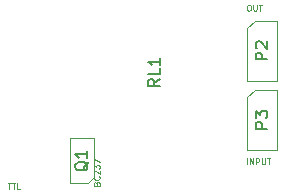
<source format=gbr>
G04 #@! TF.FileFunction,Other,Fab,Top*
%FSLAX46Y46*%
G04 Gerber Fmt 4.6, Leading zero omitted, Abs format (unit mm)*
G04 Created by KiCad (PCBNEW 4.0.2+dfsg1-stable) date 2017年12月22日 星期五 14时14分46秒*
%MOMM*%
G01*
G04 APERTURE LIST*
%ADD10C,0.100000*%
%ADD11C,0.125000*%
%ADD12C,0.150000*%
G04 APERTURE END LIST*
D10*
X166893240Y-99146360D02*
X168798240Y-99146360D01*
X168798240Y-99146360D02*
X168798240Y-104226360D01*
X168798240Y-104226360D02*
X166258240Y-104226360D01*
X166258240Y-104226360D02*
X166258240Y-99781360D01*
X166258240Y-99781360D02*
X166893240Y-99146360D01*
X166893240Y-105013760D02*
X168798240Y-105013760D01*
X168798240Y-105013760D02*
X168798240Y-110093760D01*
X168798240Y-110093760D02*
X166258240Y-110093760D01*
X166258240Y-110093760D02*
X166258240Y-105648760D01*
X166258240Y-105648760D02*
X166893240Y-105013760D01*
X152798000Y-112903000D02*
X151223000Y-112903000D01*
X151223000Y-112903000D02*
X151223000Y-109093000D01*
X151223000Y-109093000D02*
X153323000Y-109093000D01*
X153323000Y-109093000D02*
X153323000Y-112378000D01*
X153323000Y-112378000D02*
X152798000Y-112903000D01*
D11*
X166357680Y-97795590D02*
X166452918Y-97795590D01*
X166500537Y-97819400D01*
X166548156Y-97867019D01*
X166571965Y-97962257D01*
X166571965Y-98128924D01*
X166548156Y-98224162D01*
X166500537Y-98271781D01*
X166452918Y-98295590D01*
X166357680Y-98295590D01*
X166310061Y-98271781D01*
X166262442Y-98224162D01*
X166238632Y-98128924D01*
X166238632Y-97962257D01*
X166262442Y-97867019D01*
X166310061Y-97819400D01*
X166357680Y-97795590D01*
X166786252Y-97795590D02*
X166786252Y-98200352D01*
X166810061Y-98247971D01*
X166833871Y-98271781D01*
X166881490Y-98295590D01*
X166976728Y-98295590D01*
X167024347Y-98271781D01*
X167048156Y-98247971D01*
X167071966Y-98200352D01*
X167071966Y-97795590D01*
X167238633Y-97795590D02*
X167524347Y-97795590D01*
X167381490Y-98295590D02*
X167381490Y-97795590D01*
D12*
X167980621Y-102424455D02*
X166980621Y-102424455D01*
X166980621Y-102043502D01*
X167028240Y-101948264D01*
X167075859Y-101900645D01*
X167171097Y-101853026D01*
X167313954Y-101853026D01*
X167409192Y-101900645D01*
X167456811Y-101948264D01*
X167504430Y-102043502D01*
X167504430Y-102424455D01*
X167075859Y-101472074D02*
X167028240Y-101424455D01*
X166980621Y-101329217D01*
X166980621Y-101091121D01*
X167028240Y-100995883D01*
X167075859Y-100948264D01*
X167171097Y-100900645D01*
X167266335Y-100900645D01*
X167409192Y-100948264D01*
X167980621Y-101519693D01*
X167980621Y-100900645D01*
D11*
X145971486Y-112867950D02*
X146257200Y-112867950D01*
X146114343Y-113367950D02*
X146114343Y-112867950D01*
X146352438Y-112867950D02*
X146638152Y-112867950D01*
X146495295Y-113367950D02*
X146495295Y-112867950D01*
X147042914Y-113367950D02*
X146804819Y-113367950D01*
X146804819Y-112867950D01*
X166228675Y-111315630D02*
X166228675Y-110815630D01*
X166466770Y-111315630D02*
X166466770Y-110815630D01*
X166752484Y-111315630D01*
X166752484Y-110815630D01*
X166990580Y-111315630D02*
X166990580Y-110815630D01*
X167181056Y-110815630D01*
X167228675Y-110839440D01*
X167252484Y-110863250D01*
X167276294Y-110910869D01*
X167276294Y-110982297D01*
X167252484Y-111029916D01*
X167228675Y-111053726D01*
X167181056Y-111077535D01*
X166990580Y-111077535D01*
X167490580Y-110815630D02*
X167490580Y-111220392D01*
X167514389Y-111268011D01*
X167538199Y-111291821D01*
X167585818Y-111315630D01*
X167681056Y-111315630D01*
X167728675Y-111291821D01*
X167752484Y-111268011D01*
X167776294Y-111220392D01*
X167776294Y-110815630D01*
X167942961Y-110815630D02*
X168228675Y-110815630D01*
X168085818Y-111315630D02*
X168085818Y-110815630D01*
D12*
X167980621Y-108291855D02*
X166980621Y-108291855D01*
X166980621Y-107910902D01*
X167028240Y-107815664D01*
X167075859Y-107768045D01*
X167171097Y-107720426D01*
X167313954Y-107720426D01*
X167409192Y-107768045D01*
X167456811Y-107815664D01*
X167504430Y-107910902D01*
X167504430Y-108291855D01*
X166980621Y-107387093D02*
X166980621Y-106768045D01*
X167361573Y-107101379D01*
X167361573Y-106958521D01*
X167409192Y-106863283D01*
X167456811Y-106815664D01*
X167552050Y-106768045D01*
X167790145Y-106768045D01*
X167885383Y-106815664D01*
X167933002Y-106863283D01*
X167980621Y-106958521D01*
X167980621Y-107244236D01*
X167933002Y-107339474D01*
X167885383Y-107387093D01*
D11*
X153507286Y-112942571D02*
X153531095Y-112871142D01*
X153554905Y-112847333D01*
X153602524Y-112823523D01*
X153673952Y-112823523D01*
X153721571Y-112847333D01*
X153745381Y-112871142D01*
X153769190Y-112918761D01*
X153769190Y-113109237D01*
X153269190Y-113109237D01*
X153269190Y-112942571D01*
X153293000Y-112894952D01*
X153316810Y-112871142D01*
X153364429Y-112847333D01*
X153412048Y-112847333D01*
X153459667Y-112871142D01*
X153483476Y-112894952D01*
X153507286Y-112942571D01*
X153507286Y-113109237D01*
X153721571Y-112323523D02*
X153745381Y-112347333D01*
X153769190Y-112418761D01*
X153769190Y-112466380D01*
X153745381Y-112537809D01*
X153697762Y-112585428D01*
X153650143Y-112609237D01*
X153554905Y-112633047D01*
X153483476Y-112633047D01*
X153388238Y-112609237D01*
X153340619Y-112585428D01*
X153293000Y-112537809D01*
X153269190Y-112466380D01*
X153269190Y-112418761D01*
X153293000Y-112347333D01*
X153316810Y-112323523D01*
X153316810Y-112133047D02*
X153293000Y-112109237D01*
X153269190Y-112061618D01*
X153269190Y-111942571D01*
X153293000Y-111894952D01*
X153316810Y-111871142D01*
X153364429Y-111847333D01*
X153412048Y-111847333D01*
X153483476Y-111871142D01*
X153769190Y-112156856D01*
X153769190Y-111847333D01*
X153269190Y-111680666D02*
X153269190Y-111371143D01*
X153459667Y-111537809D01*
X153459667Y-111466381D01*
X153483476Y-111418762D01*
X153507286Y-111394952D01*
X153554905Y-111371143D01*
X153673952Y-111371143D01*
X153721571Y-111394952D01*
X153745381Y-111418762D01*
X153769190Y-111466381D01*
X153769190Y-111609238D01*
X153745381Y-111656857D01*
X153721571Y-111680666D01*
X153269190Y-111204476D02*
X153269190Y-110871143D01*
X153769190Y-111085429D01*
D12*
X152820619Y-111093238D02*
X152773000Y-111188476D01*
X152677762Y-111283714D01*
X152534905Y-111426571D01*
X152487286Y-111521810D01*
X152487286Y-111617048D01*
X152725381Y-111569429D02*
X152677762Y-111664667D01*
X152582524Y-111759905D01*
X152392048Y-111807524D01*
X152058714Y-111807524D01*
X151868238Y-111759905D01*
X151773000Y-111664667D01*
X151725381Y-111569429D01*
X151725381Y-111378952D01*
X151773000Y-111283714D01*
X151868238Y-111188476D01*
X152058714Y-111140857D01*
X152392048Y-111140857D01*
X152582524Y-111188476D01*
X152677762Y-111283714D01*
X152725381Y-111378952D01*
X152725381Y-111569429D01*
X152725381Y-110188476D02*
X152725381Y-110759905D01*
X152725381Y-110474191D02*
X151725381Y-110474191D01*
X151868238Y-110569429D01*
X151963476Y-110664667D01*
X152011095Y-110759905D01*
X158877261Y-104096748D02*
X158401070Y-104430082D01*
X158877261Y-104668177D02*
X157877261Y-104668177D01*
X157877261Y-104287224D01*
X157924880Y-104191986D01*
X157972499Y-104144367D01*
X158067737Y-104096748D01*
X158210594Y-104096748D01*
X158305832Y-104144367D01*
X158353451Y-104191986D01*
X158401070Y-104287224D01*
X158401070Y-104668177D01*
X158877261Y-103191986D02*
X158877261Y-103668177D01*
X157877261Y-103668177D01*
X158877261Y-102334843D02*
X158877261Y-102906272D01*
X158877261Y-102620558D02*
X157877261Y-102620558D01*
X158020118Y-102715796D01*
X158115356Y-102811034D01*
X158162975Y-102906272D01*
M02*

</source>
